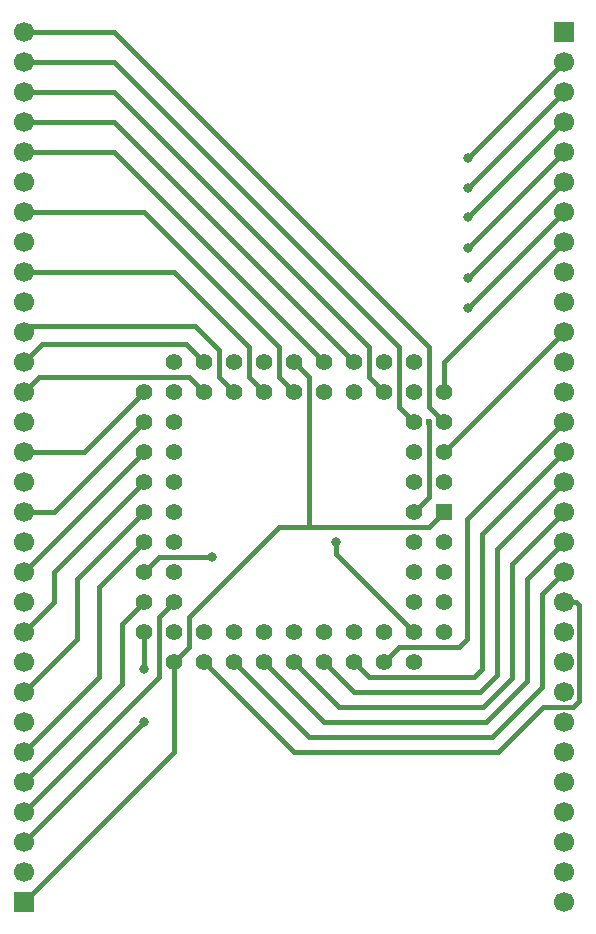
<source format=gtl>
G04 #@! TF.GenerationSoftware,KiCad,Pcbnew,9.0.1*
G04 #@! TF.CreationDate,2025-04-19T16:30:10+02:00*
G04 #@! TF.ProjectId,80286,38303238-362e-46b6-9963-61645f706362,rev?*
G04 #@! TF.SameCoordinates,Original*
G04 #@! TF.FileFunction,Copper,L1,Top*
G04 #@! TF.FilePolarity,Positive*
%FSLAX46Y46*%
G04 Gerber Fmt 4.6, Leading zero omitted, Abs format (unit mm)*
G04 Created by KiCad (PCBNEW 9.0.1) date 2025-04-19 16:30:10*
%MOMM*%
%LPD*%
G01*
G04 APERTURE LIST*
G04 #@! TA.AperFunction,ComponentPad*
%ADD10R,1.422400X1.422400*%
G04 #@! TD*
G04 #@! TA.AperFunction,ComponentPad*
%ADD11C,1.422400*%
G04 #@! TD*
G04 #@! TA.AperFunction,ComponentPad*
%ADD12C,1.700000*%
G04 #@! TD*
G04 #@! TA.AperFunction,ComponentPad*
%ADD13R,1.700000X1.700000*%
G04 #@! TD*
G04 #@! TA.AperFunction,ViaPad*
%ADD14C,0.800000*%
G04 #@! TD*
G04 #@! TA.AperFunction,ViaPad*
%ADD15C,0.600000*%
G04 #@! TD*
G04 #@! TA.AperFunction,Conductor*
%ADD16C,0.400000*%
G04 #@! TD*
G04 #@! TA.AperFunction,Conductor*
%ADD17C,0.200000*%
G04 #@! TD*
G04 APERTURE END LIST*
D10*
X198120000Y-156640000D03*
D11*
X195580000Y-156640000D03*
X198120000Y-154100000D03*
X195580000Y-154100000D03*
X198120000Y-151560000D03*
X195580000Y-151560000D03*
X198120000Y-149020000D03*
X195580000Y-149020000D03*
X198120000Y-146480000D03*
X195580000Y-143940000D03*
X195580000Y-146480000D03*
X193040000Y-143940000D03*
X193040000Y-146480000D03*
X190500000Y-143940000D03*
X190500000Y-146480000D03*
X187960000Y-143940000D03*
X187960000Y-146480000D03*
X185420000Y-143940000D03*
X185420000Y-146480000D03*
X182880000Y-143940000D03*
X182880000Y-146480000D03*
X180340000Y-143940000D03*
X180340000Y-146480000D03*
X177800000Y-143940000D03*
X177800000Y-146480000D03*
X175260000Y-143940000D03*
X172720000Y-146480000D03*
X175260000Y-146480000D03*
X172720000Y-149020000D03*
X175260000Y-149020000D03*
X172720000Y-151560000D03*
X175260000Y-151560000D03*
X172720000Y-154100000D03*
X175260000Y-154100000D03*
X172720000Y-156640000D03*
X175260000Y-156640000D03*
X172720000Y-159180000D03*
X175260000Y-159180000D03*
X172720000Y-161720000D03*
X175260000Y-161720000D03*
X172720000Y-164260000D03*
X175260000Y-164260000D03*
X172720000Y-166800000D03*
X175260000Y-169340000D03*
X175260000Y-166800000D03*
X177800000Y-169340000D03*
X177800000Y-166800000D03*
X180340000Y-169340000D03*
X180340000Y-166800000D03*
X182880000Y-169340000D03*
X182880000Y-166800000D03*
X185420000Y-169340000D03*
X185420000Y-166800000D03*
X187960000Y-169340000D03*
X187960000Y-166800000D03*
X190500000Y-169340000D03*
X190500000Y-166800000D03*
X193040000Y-169340000D03*
X193040000Y-166800000D03*
X195580000Y-169340000D03*
X198120000Y-166800000D03*
X195580000Y-166800000D03*
X198120000Y-164260000D03*
X195580000Y-164260000D03*
X198120000Y-161720000D03*
X195580000Y-161720000D03*
X198120000Y-159180000D03*
X195580000Y-159180000D03*
D12*
X208280000Y-189660000D03*
X208280000Y-187120000D03*
X208280000Y-184580000D03*
X208280000Y-182040000D03*
X208280000Y-179500000D03*
X208280000Y-176960000D03*
X208280000Y-174420000D03*
X208280000Y-171880000D03*
X208280000Y-169340000D03*
X208280000Y-166800000D03*
X208280000Y-164260000D03*
X208280000Y-161720000D03*
X208280000Y-159180000D03*
X208280000Y-156640000D03*
X208280000Y-154100000D03*
X208280000Y-151560000D03*
X208280000Y-149020000D03*
X208280000Y-146480000D03*
X208280000Y-143940000D03*
X208280000Y-141400000D03*
X208280000Y-138860000D03*
X208280000Y-136320000D03*
X208280000Y-133780000D03*
X208280000Y-131240000D03*
X208280000Y-128700000D03*
X208280000Y-126160000D03*
X208280000Y-123620000D03*
X208280000Y-121080000D03*
X208280000Y-118540000D03*
D13*
X208280000Y-116000000D03*
D12*
X162560000Y-116000000D03*
X162560000Y-118540000D03*
X162560000Y-121080000D03*
X162560000Y-123620000D03*
X162560000Y-126160000D03*
X162560000Y-128700000D03*
X162560000Y-131240000D03*
X162560000Y-133780000D03*
X162560000Y-136320000D03*
X162560000Y-138860000D03*
X162560000Y-141400000D03*
X162560000Y-143940000D03*
X162560000Y-146480000D03*
X162560000Y-149020000D03*
X162560000Y-151560000D03*
X162560000Y-154100000D03*
X162560000Y-156640000D03*
X162560000Y-159180000D03*
X162560000Y-161720000D03*
X162560000Y-164260000D03*
X162560000Y-166800000D03*
X162560000Y-169340000D03*
X162560000Y-171880000D03*
X162560000Y-174420000D03*
X162560000Y-176960000D03*
X162560000Y-179500000D03*
X162560000Y-182040000D03*
X162560000Y-184580000D03*
X162560000Y-187120000D03*
D13*
X162560000Y-189660000D03*
D14*
X200152000Y-139368000D03*
X200119500Y-131715500D03*
X200152000Y-134288000D03*
X200152000Y-126668000D03*
X172720000Y-169975000D03*
X172720000Y-174420000D03*
X188976000Y-159180000D03*
X200152000Y-129208000D03*
X200152000Y-136828000D03*
D15*
X196850000Y-149020000D03*
D14*
X178435000Y-160450000D03*
D16*
X200152000Y-139368000D02*
X208280000Y-131240000D01*
X208280000Y-141400000D02*
X198120000Y-151560000D01*
X200119500Y-131715500D02*
X208215000Y-123620000D01*
X208215000Y-123620000D02*
X208280000Y-123620000D01*
X195580000Y-151560000D02*
X195530000Y-151560000D01*
X170180000Y-116000000D02*
X162570000Y-116000000D01*
X196850000Y-142670000D02*
X170180000Y-116000000D01*
X196850000Y-147750000D02*
X196850000Y-142670000D01*
X198120000Y-149020000D02*
X196850000Y-147750000D01*
X195580000Y-149020000D02*
X194310000Y-147750000D01*
X170180000Y-118540000D02*
X162560000Y-118540000D01*
X194310000Y-147750000D02*
X194310000Y-142670000D01*
X194310000Y-142670000D02*
X170180000Y-118540000D01*
D17*
X162570000Y-118540000D02*
X162560000Y-118530000D01*
D16*
X198120000Y-143940000D02*
X208280000Y-133780000D01*
X198120000Y-146480000D02*
X198120000Y-143940000D01*
X200152000Y-134288000D02*
X208280000Y-126160000D01*
X191770000Y-145210000D02*
X193040000Y-146480000D01*
X162560000Y-121070000D02*
X170170000Y-121070000D01*
X170170000Y-121070000D02*
X191770000Y-142670000D01*
X191770000Y-142670000D02*
X191770000Y-145210000D01*
X170180000Y-123620000D02*
X190500000Y-143940000D01*
X162560000Y-123620000D02*
X170180000Y-123620000D01*
X200152000Y-126668000D02*
X208280000Y-118540000D01*
X162560000Y-126160000D02*
X170180000Y-126160000D01*
X170180000Y-126160000D02*
X187960000Y-143940000D01*
X162560000Y-131240000D02*
X172720000Y-131240000D01*
X172720000Y-131240000D02*
X184150000Y-142670000D01*
X184150000Y-145210000D02*
X185420000Y-146480000D01*
X184150000Y-142670000D02*
X184150000Y-145210000D01*
X181610000Y-142670000D02*
X181610000Y-145210000D01*
X175260000Y-136320000D02*
X181610000Y-142670000D01*
X181610000Y-145210000D02*
X182880000Y-146480000D01*
X162560000Y-136320000D02*
X175260000Y-136320000D01*
X162560000Y-141400000D02*
X163068000Y-140892000D01*
X163068000Y-140892000D02*
X177038000Y-140892000D01*
X179070000Y-145210000D02*
X180340000Y-146480000D01*
X179070000Y-142924000D02*
X179070000Y-145210000D01*
X177038000Y-140892000D02*
X179070000Y-142924000D01*
X162560000Y-143940000D02*
X164084000Y-142416000D01*
X176276000Y-142416000D02*
X177800000Y-143940000D01*
X164084000Y-142416000D02*
X176276000Y-142416000D01*
X163830000Y-145210000D02*
X176530000Y-145210000D01*
X162560000Y-146480000D02*
X163830000Y-145210000D01*
X176530000Y-145210000D02*
X177800000Y-146480000D01*
X167640000Y-151560000D02*
X172720000Y-146480000D01*
X162560000Y-151560000D02*
X167640000Y-151560000D01*
X162560000Y-156640000D02*
X165100000Y-156640000D01*
X165100000Y-156640000D02*
X172720000Y-149020000D01*
X162560000Y-161720000D02*
X172720000Y-151560000D01*
X162560000Y-166800000D02*
X165100000Y-164260000D01*
X165100000Y-161720000D02*
X172720000Y-154100000D01*
X165100000Y-164260000D02*
X165100000Y-161720000D01*
X162560000Y-171880000D02*
X167005000Y-167435000D01*
X167005000Y-162355000D02*
X172720000Y-156640000D01*
X167005000Y-167435000D02*
X167005000Y-162355000D01*
X168910000Y-162990000D02*
X168910000Y-170610000D01*
X168910000Y-170610000D02*
X162560000Y-176960000D01*
X172720000Y-159180000D02*
X168910000Y-162990000D01*
X170815000Y-171245000D02*
X170815000Y-166165000D01*
X170815000Y-166165000D02*
X172720000Y-164260000D01*
X162560000Y-179500000D02*
X170815000Y-171245000D01*
X173990000Y-165530000D02*
X175260000Y-164260000D01*
X162560000Y-182040000D02*
X173990000Y-170610000D01*
X173990000Y-170610000D02*
X173990000Y-165530000D01*
X172720000Y-166800000D02*
X172720000Y-169975000D01*
X162560000Y-184580000D02*
X172720000Y-174420000D01*
X177800000Y-169340000D02*
X185420000Y-176960000D01*
X209296000Y-164260000D02*
X208280000Y-164260000D01*
X202692000Y-176960000D02*
X206502000Y-173150000D01*
X185420000Y-176960000D02*
X202692000Y-176960000D01*
X209550000Y-172642000D02*
X209550000Y-164514000D01*
X209042000Y-173150000D02*
X209550000Y-172642000D01*
X206502000Y-173150000D02*
X209042000Y-173150000D01*
X209550000Y-164514000D02*
X209296000Y-164260000D01*
X202183999Y-175690000D02*
X186690000Y-175690000D01*
X208280000Y-161720000D02*
X206375000Y-163625000D01*
X206375000Y-171498999D02*
X202183999Y-175690000D01*
X186690000Y-175690000D02*
X180340000Y-169340000D01*
X206375000Y-163625000D02*
X206375000Y-171498999D01*
X208280000Y-159180000D02*
X205105000Y-162355000D01*
X201676000Y-174420000D02*
X187960000Y-174420000D01*
X205105000Y-170991000D02*
X201676000Y-174420000D01*
X205105000Y-162355000D02*
X205105000Y-170991000D01*
X187960000Y-174420000D02*
X182880000Y-169340000D01*
X201168000Y-171880000D02*
X190500000Y-171880000D01*
X202565000Y-170483000D02*
X201168000Y-171880000D01*
X190500000Y-171880000D02*
X187960000Y-169340000D01*
X202565000Y-159815000D02*
X202565000Y-170483000D01*
X208280000Y-154100000D02*
X202565000Y-159815000D01*
X200152000Y-129208000D02*
X208280000Y-121080000D01*
X188976000Y-159180000D02*
X188976000Y-160196000D01*
X188976000Y-160196000D02*
X195580000Y-166800000D01*
X189230000Y-173150000D02*
X185420000Y-169340000D01*
X203835000Y-161085000D02*
X203835000Y-170737000D01*
X203835000Y-170737000D02*
X201422000Y-173150000D01*
X201422000Y-173150000D02*
X189230000Y-173150000D01*
X208280000Y-156640000D02*
X203835000Y-161085000D01*
X191770000Y-170610000D02*
X200660000Y-170610000D01*
X201295000Y-169975000D02*
X201295000Y-158545000D01*
X190500000Y-169340000D02*
X191770000Y-170610000D01*
X201295000Y-158545000D02*
X208280000Y-151560000D01*
X200660000Y-170610000D02*
X201295000Y-169975000D01*
X199390000Y-168070000D02*
X200025000Y-167435000D01*
X193040000Y-169340000D02*
X194310000Y-168070000D01*
X200025000Y-167435000D02*
X200025000Y-157275000D01*
X194310000Y-168070000D02*
X199390000Y-168070000D01*
X200025000Y-157275000D02*
X208280000Y-149020000D01*
X196850000Y-155370000D02*
X196850000Y-154100000D01*
X200152000Y-136828000D02*
X208280000Y-128700000D01*
X195580000Y-156640000D02*
X196850000Y-155370000D01*
X196850000Y-154100000D02*
X196850000Y-149020000D01*
X196850000Y-157910000D02*
X186690000Y-157910000D01*
X198120000Y-156640000D02*
X196850000Y-157910000D01*
X175260000Y-169340000D02*
X175260000Y-176960000D01*
X176530000Y-165530000D02*
X184150000Y-157910000D01*
X184150000Y-157910000D02*
X186690000Y-157910000D01*
X175260000Y-169340000D02*
X176530000Y-168070000D01*
X175260000Y-176960000D02*
X162560000Y-189660000D01*
X176530000Y-168070000D02*
X176530000Y-165530000D01*
X186690000Y-145210000D02*
X185420000Y-143940000D01*
X186690000Y-157910000D02*
X186690000Y-145210000D01*
X173990000Y-160450000D02*
X172720000Y-161720000D01*
X178435000Y-160450000D02*
X173990000Y-160450000D01*
M02*

</source>
